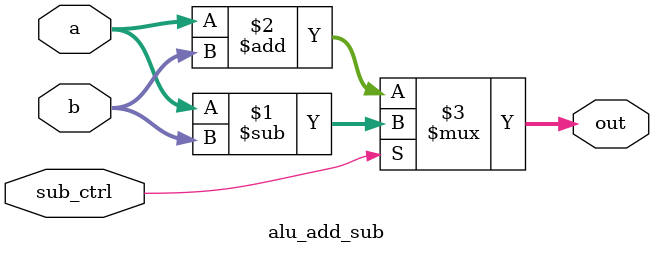
<source format=v>
`timescale 1ns / 1ps
module alu_add_sub (
    input signed [31:0] a,
    input signed [31:0] b,
    input sub_ctrl, // 0 for Add, 1 for Subtract
    output signed [31:0] out
);
    assign out = sub_ctrl ? (a - b) : (a + b);
endmodule
</source>
